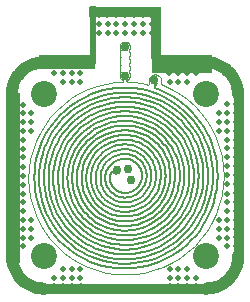
<source format=gbr>
G04 EAGLE Gerber RS-274X export*
G75*
%MOMM*%
%FSLAX34Y34*%
%LPD*%
%INTop Copper*%
%IPPOS*%
%AMOC8*
5,1,8,0,0,1.08239X$1,22.5*%
G01*
%ADD10C,2.199994*%
%ADD11R,0.822200X4.470391*%
%ADD12R,6.101888X0.924900*%
%ADD13R,0.590900X4.881488*%
%ADD14R,1.186200X14.358275*%
%ADD15R,4.729191X1.185300*%
%ADD16R,14.232375X0.964600*%
%ADD17R,0.956200X14.255072*%
%ADD18R,5.161787X1.511097*%
%ADD19C,0.500000*%
%ADD20C,0.000000*%
%ADD21C,0.200000*%
%ADD22C,0.999997*%
%ADD23C,0.756400*%


D10*
X137128Y137128D03*
X137128Y0D03*
X0Y0D03*
X0Y137128D03*
D11*
X95109Y189107D03*
D12*
X68710Y206834D03*
D13*
X41155Y187051D03*
D14*
X-26250Y66711D03*
D15*
X19242Y164278D03*
D16*
X68621Y-27682D03*
D17*
X164800Y68735D03*
D18*
X116430Y162494D03*
D19*
X53858Y189187D03*
X46406Y189128D03*
X61310Y189247D03*
X61191Y204151D03*
X61251Y196699D03*
X46287Y204032D03*
X46346Y196580D03*
X53798Y196639D03*
X53739Y204092D03*
X68762Y189307D03*
X68702Y196759D03*
X76155Y196818D03*
X76214Y189366D03*
X76095Y204270D03*
X68643Y204211D03*
X83666Y189426D03*
X83607Y196878D03*
X91059Y196938D03*
X91118Y189486D03*
X90999Y204390D03*
X83547Y204330D03*
X113622Y162586D03*
X106172Y162586D03*
X106234Y155194D03*
X106295Y147801D03*
X113745Y147801D03*
X121195Y147801D03*
X113684Y155194D03*
X121072Y162586D03*
X121134Y155194D03*
X128584Y155194D03*
X128522Y162586D03*
X135972Y162586D03*
X15932Y147801D03*
X908Y162586D03*
X8420Y155194D03*
X23381Y147801D03*
X30832Y147801D03*
X23320Y155194D03*
X15870Y155194D03*
X15808Y162586D03*
X8358Y162586D03*
X23258Y162586D03*
X30708Y162586D03*
X30770Y155194D03*
X-10672Y15932D03*
X-25457Y908D03*
X-18065Y8420D03*
X-10672Y23381D03*
X-10672Y30832D03*
X-18065Y23320D03*
X-18065Y15870D03*
X-25457Y15808D03*
X-25457Y8358D03*
X-25457Y23258D03*
X-25457Y30708D03*
X-18065Y30770D03*
X-18065Y38220D03*
X-25457Y38158D03*
X-25457Y45608D03*
X-18065Y45670D03*
X-18065Y53120D03*
X-25457Y53058D03*
X-25457Y60508D03*
X-18065Y60570D03*
X-18065Y68020D03*
X-25457Y67958D03*
X-25457Y75408D03*
X-18065Y75470D03*
X-25457Y135972D03*
X-25457Y128522D03*
X-18065Y128584D03*
X-18065Y121134D03*
X-25457Y121072D03*
X-18065Y113684D03*
X-10672Y121195D03*
X-10672Y113745D03*
X-10672Y106295D03*
X-18065Y106234D03*
X-25457Y106172D03*
X-25457Y98722D03*
X-18065Y98784D03*
X-18065Y91334D03*
X-25457Y91272D03*
X-25457Y83822D03*
X-18065Y83884D03*
X-25457Y113622D03*
X147801Y121195D03*
X162586Y136219D03*
X155194Y128707D03*
X147801Y113745D03*
X147801Y106295D03*
X155194Y113807D03*
X155194Y121257D03*
X162586Y121319D03*
X162586Y128769D03*
X162586Y113869D03*
X162586Y106419D03*
X155194Y106357D03*
X155194Y98907D03*
X162586Y98969D03*
X162586Y91519D03*
X155194Y91457D03*
X155194Y84007D03*
X162586Y84069D03*
X162586Y76619D03*
X155194Y76557D03*
X155194Y69107D03*
X162586Y69169D03*
X162586Y61719D03*
X155194Y61657D03*
X162586Y1155D03*
X162586Y8605D03*
X155194Y8543D03*
X155194Y15993D03*
X162586Y16055D03*
X155194Y23443D03*
X147801Y15932D03*
X147801Y23381D03*
X147801Y30832D03*
X155194Y30893D03*
X162586Y30955D03*
X162586Y38405D03*
X155194Y38343D03*
X155194Y45793D03*
X162586Y45855D03*
X162586Y53305D03*
X155194Y53243D03*
X162586Y23505D03*
X23505Y-25457D03*
X30955Y-25457D03*
X30893Y-18065D03*
X30832Y-10672D03*
X23381Y-10672D03*
X15932Y-10672D03*
X23443Y-18065D03*
X16055Y-25457D03*
X15993Y-18065D03*
X8543Y-18065D03*
X8605Y-25457D03*
X1155Y-25457D03*
X106357Y-18065D03*
X106419Y-25457D03*
X113869Y-25457D03*
X128769Y-25457D03*
X121319Y-25457D03*
X121257Y-18065D03*
X113807Y-18065D03*
X106295Y-10672D03*
X113745Y-10672D03*
X128707Y-18065D03*
X136219Y-25457D03*
X121195Y-10672D03*
D10*
X137128Y137128D03*
X137128Y0D03*
X0Y0D03*
X0Y137128D03*
D11*
X95109Y189107D03*
D12*
X68710Y206834D03*
D13*
X41155Y187051D03*
D14*
X-26250Y66711D03*
D15*
X19242Y164278D03*
D16*
X68621Y-27682D03*
D17*
X164800Y68735D03*
D18*
X116430Y162494D03*
D19*
X53858Y189187D03*
X46406Y189128D03*
X61310Y189247D03*
X61191Y204151D03*
X61251Y196699D03*
X46287Y204032D03*
X46346Y196580D03*
X53798Y196639D03*
X53739Y204092D03*
X68762Y189307D03*
X68702Y196759D03*
X76155Y196818D03*
X76214Y189366D03*
X76095Y204270D03*
X68643Y204211D03*
X83666Y189426D03*
X83607Y196878D03*
X91059Y196938D03*
X91118Y189486D03*
X90999Y204390D03*
X83547Y204330D03*
X113622Y162586D03*
X106172Y162586D03*
X106234Y155194D03*
X106295Y147801D03*
X113745Y147801D03*
X121195Y147801D03*
X113684Y155194D03*
X121072Y162586D03*
X121134Y155194D03*
X128584Y155194D03*
X128522Y162586D03*
X135972Y162586D03*
X15932Y147801D03*
X908Y162586D03*
X8420Y155194D03*
X23381Y147801D03*
X30832Y147801D03*
X23320Y155194D03*
X15870Y155194D03*
X15808Y162586D03*
X8358Y162586D03*
X23258Y162586D03*
X30708Y162586D03*
X30770Y155194D03*
X-10672Y15932D03*
X-25457Y908D03*
X-18065Y8420D03*
X-10672Y23381D03*
X-10672Y30832D03*
X-18065Y23320D03*
X-18065Y15870D03*
X-25457Y15808D03*
X-25457Y8358D03*
X-25457Y23258D03*
X-25457Y30708D03*
X-18065Y30770D03*
X-18065Y38220D03*
X-25457Y38158D03*
X-25457Y45608D03*
X-18065Y45670D03*
X-18065Y53120D03*
X-25457Y53058D03*
X-25457Y60508D03*
X-18065Y60570D03*
X-18065Y68020D03*
X-25457Y67958D03*
X-25457Y75408D03*
X-18065Y75470D03*
X-25457Y135972D03*
X-25457Y128522D03*
X-18065Y128584D03*
X-18065Y121134D03*
X-25457Y121072D03*
X-18065Y113684D03*
X-10672Y121195D03*
X-10672Y113745D03*
X-10672Y106295D03*
X-18065Y106234D03*
X-25457Y106172D03*
X-25457Y98722D03*
X-18065Y98784D03*
X-18065Y91334D03*
X-25457Y91272D03*
X-25457Y83822D03*
X-18065Y83884D03*
X-25457Y113622D03*
X147801Y121195D03*
X162586Y136219D03*
X155194Y128707D03*
X147801Y113745D03*
X147801Y106295D03*
X155194Y113807D03*
X155194Y121257D03*
X162586Y121319D03*
X162586Y128769D03*
X162586Y113869D03*
X162586Y106419D03*
X155194Y106357D03*
X155194Y98907D03*
X162586Y98969D03*
X162586Y91519D03*
X155194Y91457D03*
X155194Y84007D03*
X162586Y84069D03*
X162586Y76619D03*
X155194Y76557D03*
X155194Y69107D03*
X162586Y69169D03*
X162586Y61719D03*
X155194Y61657D03*
X162586Y1155D03*
X162586Y8605D03*
X155194Y8543D03*
X155194Y15993D03*
X162586Y16055D03*
X155194Y23443D03*
X147801Y15932D03*
X147801Y23381D03*
X147801Y30832D03*
X155194Y30893D03*
X162586Y30955D03*
X162586Y38405D03*
X155194Y38343D03*
X155194Y45793D03*
X162586Y45855D03*
X162586Y53305D03*
X155194Y53243D03*
X162586Y23505D03*
X23505Y-25457D03*
X30955Y-25457D03*
X30893Y-18065D03*
X30832Y-10672D03*
X23381Y-10672D03*
X15932Y-10672D03*
X23443Y-18065D03*
X16055Y-25457D03*
X15993Y-18065D03*
X8543Y-18065D03*
X8605Y-25457D03*
X1155Y-25457D03*
X106357Y-18065D03*
X106419Y-25457D03*
X113869Y-25457D03*
X128769Y-25457D03*
X121319Y-25457D03*
X121257Y-18065D03*
X113807Y-18065D03*
X106295Y-10672D03*
X113745Y-10672D03*
X128707Y-18065D03*
X136219Y-25457D03*
X121195Y-10672D03*
D20*
X95258Y167785D02*
X94944Y169365D01*
X95258Y167785D02*
X96153Y166445D01*
X97493Y165550D01*
X99073Y165236D01*
X137128Y165236D01*
X137269Y165264D01*
X141531Y164928D01*
X145826Y163897D01*
X149906Y162207D01*
X153672Y159899D01*
X157031Y157031D01*
X159899Y153672D01*
X162207Y149906D01*
X163897Y145826D01*
X164928Y141531D01*
X165264Y137269D01*
X165236Y137128D01*
X165236Y0D01*
X165264Y-140D01*
X164928Y-4402D01*
X163897Y-8697D01*
X162207Y-12778D01*
X159899Y-16543D01*
X157031Y-19902D01*
X153672Y-22770D01*
X149906Y-25078D01*
X145826Y-26768D01*
X141531Y-27800D01*
X137269Y-28135D01*
X137128Y-28107D01*
X0Y-28107D01*
X-140Y-28135D01*
X-4402Y-27800D01*
X-8697Y-26768D01*
X-12778Y-25078D01*
X-16543Y-22770D01*
X-19902Y-19902D01*
X-22770Y-16543D01*
X-25078Y-12778D01*
X-26768Y-8697D01*
X-27800Y-4402D01*
X-28135Y-140D01*
X-28107Y0D01*
X-28107Y137128D01*
X-28135Y137269D01*
X-27800Y141531D01*
X-26768Y145826D01*
X-25078Y149906D01*
X-22770Y153672D01*
X-19902Y157031D01*
X-16543Y159899D01*
X-12778Y162207D01*
X-8697Y163897D01*
X-4402Y164928D01*
X-140Y165264D01*
X0Y165236D01*
X38054Y165236D01*
X39634Y165550D01*
X40974Y166445D01*
X41869Y167785D01*
X42183Y169365D01*
X42183Y207250D01*
X94944Y207250D01*
X94944Y169365D01*
X69459Y181935D02*
X67668Y181935D01*
X66014Y181250D01*
X64748Y179984D01*
X64063Y178330D01*
X64063Y176540D01*
X64748Y174886D01*
X65200Y174435D01*
X64748Y173984D01*
X64063Y172331D01*
X64063Y170540D01*
X64748Y168886D01*
X65200Y168435D01*
X64748Y167984D01*
X64063Y166331D01*
X64063Y164540D01*
X64748Y162886D01*
X65200Y162435D01*
X64748Y161984D01*
X64063Y160330D01*
X64063Y158540D01*
X64748Y156886D01*
X65200Y156435D01*
X64748Y155984D01*
X64063Y154331D01*
X64063Y152540D01*
X64748Y150886D01*
X66014Y149620D01*
X67286Y149094D01*
X67063Y147811D01*
X60355Y147482D01*
X52434Y146307D01*
X44667Y144361D01*
X37127Y141664D01*
X29888Y138240D01*
X23020Y134123D01*
X16588Y129353D01*
X10655Y123975D01*
X5277Y118042D01*
X508Y111610D01*
X-3608Y104742D01*
X-7032Y97503D01*
X-9729Y89963D01*
X-11675Y82196D01*
X-12850Y74275D01*
X-13243Y66277D01*
X-12850Y58279D01*
X-11675Y50358D01*
X-9729Y42590D01*
X-7032Y35050D01*
X-3608Y27811D01*
X508Y20943D01*
X5277Y14511D01*
X10655Y8578D01*
X16588Y3200D01*
X23020Y-1568D01*
X29888Y-5685D01*
X37127Y-9108D01*
X44667Y-11806D01*
X52434Y-13752D01*
X60355Y-14927D01*
X64707Y-15141D01*
X65097Y-15218D01*
X65299Y-15258D01*
X65657Y-15187D01*
X68433Y-15324D01*
X76627Y-14921D01*
X84743Y-13717D01*
X92701Y-11724D01*
X100426Y-8960D01*
X107842Y-5452D01*
X114879Y-1234D01*
X121469Y3651D01*
X127548Y9160D01*
X133058Y15240D01*
X137945Y21829D01*
X142162Y28866D01*
X145670Y36282D01*
X148434Y44007D01*
X150428Y51965D01*
X151631Y60081D01*
X152034Y68275D01*
X151631Y76469D01*
X150428Y84585D01*
X148434Y92543D01*
X145670Y100268D01*
X142162Y107684D01*
X137945Y114721D01*
X133058Y121311D01*
X127548Y127390D01*
X121469Y132899D01*
X114879Y137786D01*
X107842Y142004D01*
X100426Y145512D01*
X99060Y146001D01*
X99060Y149001D01*
X98671Y150952D01*
X97566Y152606D01*
X95912Y153711D01*
X93961Y154099D01*
X92010Y153711D01*
X90356Y152606D01*
X89251Y150952D01*
X88863Y149001D01*
X88863Y146179D01*
X87849Y145415D01*
X86151Y145904D01*
X77349Y147400D01*
X72870Y147651D01*
X71610Y147773D01*
X71408Y147814D01*
X71218Y147776D01*
X70019Y147796D01*
X69797Y149075D01*
X71112Y149620D01*
X72378Y150886D01*
X73063Y152540D01*
X73063Y154331D01*
X72378Y155984D01*
X71927Y156435D01*
X72378Y156886D01*
X73063Y158540D01*
X73063Y160330D01*
X72378Y161984D01*
X71927Y162435D01*
X72378Y162886D01*
X73063Y164540D01*
X73063Y166331D01*
X72378Y167984D01*
X71927Y168435D01*
X72378Y168886D01*
X73063Y170540D01*
X73063Y172331D01*
X72378Y173984D01*
X71927Y174435D01*
X72378Y174886D01*
X73063Y176540D01*
X73063Y178330D01*
X72378Y179984D01*
X71112Y181250D01*
X69459Y181935D01*
X95569Y147064D02*
X95441Y146901D01*
X95329Y146727D01*
X95231Y146542D01*
X95149Y146347D01*
X95081Y146141D01*
X95029Y145924D01*
X94991Y145697D01*
X94969Y145459D01*
X94961Y145210D01*
X92961Y145210D01*
X92954Y145459D01*
X92931Y145697D01*
X92894Y145924D01*
X92841Y146141D01*
X92774Y146347D01*
X92691Y146542D01*
X92594Y146727D01*
X92481Y146901D01*
X92354Y147064D01*
X92211Y147216D01*
X95711Y147216D01*
X95569Y147064D01*
X60626Y69956D02*
X60778Y69813D01*
X60626Y69956D02*
X60463Y70083D01*
X60289Y70196D01*
X60104Y70293D01*
X59909Y70376D01*
X59703Y70443D01*
X59486Y70496D01*
X59259Y70533D01*
X59021Y70556D01*
X58772Y70563D01*
X58772Y72563D01*
X59021Y72571D01*
X59259Y72593D01*
X59486Y72631D01*
X59703Y72683D01*
X59909Y72751D01*
X60104Y72833D01*
X60289Y72931D01*
X60463Y73043D01*
X60626Y73171D01*
X60778Y73313D01*
X60778Y69813D01*
D21*
X58087Y71563D02*
X57968Y71559D01*
X57849Y71547D01*
X57732Y71526D01*
X57616Y71497D01*
X57502Y71460D01*
X57392Y71415D01*
X57284Y71363D01*
X57181Y71303D01*
X57082Y71237D01*
X56987Y71163D01*
X56899Y71083D01*
X56816Y70997D01*
X56739Y70906D01*
X56669Y70809D01*
X56606Y70708D01*
X56550Y70602D01*
X56501Y70493D01*
X56460Y70381D01*
X56427Y70266D01*
X56402Y70149D01*
X56386Y70031D01*
X56377Y69912D01*
X56376Y69852D01*
X67742Y86767D02*
X69172Y86760D01*
X67742Y86767D02*
X66314Y86675D01*
X64896Y86483D01*
X63494Y86192D01*
X62117Y85805D01*
X60770Y85322D01*
X59460Y84747D01*
X58193Y84081D01*
X56976Y83329D01*
X55814Y82494D01*
X54713Y81579D01*
X53679Y80591D01*
X52716Y79532D01*
X51830Y78409D01*
X51024Y77227D01*
X50302Y75991D01*
X49668Y74708D01*
X49126Y73384D01*
X48677Y72026D01*
X48324Y70639D01*
X48068Y69231D01*
X47912Y67809D01*
X47854Y66379D01*
X47897Y64949D01*
X48040Y63525D01*
X48281Y62114D01*
X48620Y60725D01*
X49056Y59361D01*
X49585Y58032D01*
X50206Y56743D01*
X50915Y55500D01*
X51709Y54310D01*
X52584Y53178D01*
X53537Y52110D01*
X54561Y51110D01*
X55652Y50185D01*
X56806Y49338D01*
X58015Y48574D01*
X59275Y47896D01*
X60580Y47308D01*
X61922Y46811D01*
X63295Y46410D01*
X64694Y46106D01*
X66109Y45899D01*
X67535Y45793D01*
X67383Y98763D02*
X69651Y98751D01*
X67383Y98763D02*
X65119Y98616D01*
X62871Y98312D01*
X60650Y97851D01*
X58466Y97237D01*
X56331Y96472D01*
X54254Y95560D01*
X52246Y94505D01*
X50316Y93312D01*
X48474Y91988D01*
X46729Y90539D01*
X45089Y88971D01*
X43563Y87293D01*
X42157Y85513D01*
X40879Y83638D01*
X39735Y81680D01*
X38730Y79646D01*
X37870Y77547D01*
X37158Y75393D01*
X36598Y73195D01*
X36193Y70963D01*
X35945Y68708D01*
X35854Y66441D01*
X35922Y64174D01*
X36147Y61917D01*
X36530Y59681D01*
X37068Y57477D01*
X37758Y55316D01*
X38597Y53208D01*
X39581Y51164D01*
X40705Y49194D01*
X41964Y47307D01*
X43352Y45513D01*
X44861Y43819D01*
X46485Y42235D01*
X48216Y40768D01*
X50044Y39426D01*
X51962Y38214D01*
X53959Y37139D01*
X56027Y36206D01*
X58155Y35419D01*
X60332Y34783D01*
X62549Y34300D01*
X64793Y33973D01*
X67056Y33803D01*
X67502Y94764D02*
X69491Y94754D01*
X67502Y94764D02*
X65517Y94636D01*
X63546Y94369D01*
X61598Y93965D01*
X59683Y93426D01*
X57810Y92755D01*
X55989Y91955D01*
X54228Y91030D01*
X52536Y89985D01*
X50920Y88824D01*
X49390Y87553D01*
X47952Y86178D01*
X46614Y84706D01*
X45381Y83145D01*
X44261Y81501D01*
X43257Y79784D01*
X42376Y78000D01*
X41622Y76160D01*
X40998Y74271D01*
X40507Y72343D01*
X40151Y70386D01*
X39933Y68409D01*
X39854Y66421D01*
X39913Y64432D01*
X40111Y62453D01*
X40447Y60492D01*
X40918Y58560D01*
X41524Y56665D01*
X42260Y54817D01*
X43123Y53024D01*
X44109Y51297D01*
X45213Y49642D01*
X46429Y48068D01*
X47753Y46583D01*
X49177Y45194D01*
X50694Y43908D01*
X52298Y42731D01*
X53979Y41668D01*
X55731Y40725D01*
X57544Y39907D01*
X59410Y39217D01*
X61319Y38659D01*
X63263Y38236D01*
X65232Y37949D01*
X67215Y37800D01*
X67216Y37799D01*
X67622Y90766D02*
X69332Y90757D01*
X67622Y90766D02*
X65916Y90655D01*
X64221Y90426D01*
X62546Y90079D01*
X60900Y89616D01*
X59290Y89039D01*
X57725Y88351D01*
X56211Y87556D01*
X54756Y86657D01*
X53367Y85658D01*
X52052Y84566D01*
X50816Y83384D01*
X49665Y82119D01*
X48606Y80777D01*
X47642Y79364D01*
X46780Y77887D01*
X46022Y76354D01*
X45374Y74772D01*
X44837Y73148D01*
X44415Y71491D01*
X44110Y69808D01*
X43922Y68108D01*
X43854Y66399D01*
X43905Y64690D01*
X44075Y62988D01*
X44364Y61303D01*
X44769Y59641D01*
X45290Y58012D01*
X45922Y56424D01*
X46664Y54883D01*
X47512Y53398D01*
X48461Y51975D01*
X49507Y50622D01*
X50645Y49346D01*
X51869Y48152D01*
X53174Y47046D01*
X54552Y46033D01*
X55998Y45120D01*
X57504Y44310D01*
X59062Y43606D01*
X60666Y43013D01*
X62308Y42534D01*
X63979Y42170D01*
X65671Y41923D01*
X67375Y41796D01*
X67861Y82769D02*
X69012Y82763D01*
X67861Y82769D02*
X66711Y82695D01*
X65570Y82540D01*
X64442Y82306D01*
X63334Y81995D01*
X62250Y81606D01*
X61195Y81143D01*
X60175Y80607D01*
X59196Y80002D01*
X58260Y79330D01*
X57375Y78594D01*
X56542Y77798D01*
X55767Y76946D01*
X55053Y76042D01*
X54405Y75091D01*
X53824Y74096D01*
X53314Y73064D01*
X52877Y71998D01*
X52516Y70904D01*
X52231Y69788D01*
X52026Y68655D01*
X51899Y67510D01*
X51853Y66360D01*
X51888Y65208D01*
X52002Y64062D01*
X52197Y62927D01*
X52470Y61808D01*
X52820Y60711D01*
X53246Y59641D01*
X53746Y58604D01*
X54317Y57603D01*
X54956Y56645D01*
X55660Y55734D01*
X56427Y54874D01*
X57251Y54070D01*
X58129Y53326D01*
X59058Y52644D01*
X60031Y52029D01*
X61046Y51483D01*
X62095Y51009D01*
X63175Y50610D01*
X64281Y50287D01*
X65406Y50042D01*
X66546Y49875D01*
X67694Y49789D01*
X67695Y49790D01*
X56156Y69008D02*
X56376Y69852D01*
X56156Y69008D02*
X55995Y68150D01*
X55895Y67284D01*
X55855Y66412D01*
X55876Y65540D01*
X55958Y64671D01*
X56100Y63811D01*
X56302Y62962D01*
X56563Y62129D01*
X56881Y61317D01*
X57255Y60528D01*
X57683Y59768D01*
X58163Y59040D01*
X58693Y58346D01*
X59269Y57692D01*
X59890Y57079D01*
X60553Y56511D01*
X61253Y55990D01*
X61988Y55520D01*
X62754Y55102D01*
X63547Y54739D01*
X64364Y54431D01*
X65200Y54182D01*
X66051Y53991D01*
X66914Y53860D01*
X67783Y53790D01*
X67854Y53786D01*
X67264Y102760D02*
X69811Y102747D01*
X67264Y102760D02*
X64721Y102595D01*
X62197Y102253D01*
X59702Y101736D01*
X57250Y101046D01*
X54851Y100187D01*
X52519Y99162D01*
X50263Y97978D01*
X48096Y96638D01*
X46027Y95151D01*
X44067Y93524D01*
X42226Y91763D01*
X40512Y89878D01*
X38933Y87879D01*
X37498Y85774D01*
X36213Y83574D01*
X35085Y81290D01*
X34119Y78932D01*
X33319Y76513D01*
X32691Y74044D01*
X32235Y71538D01*
X31957Y69005D01*
X31855Y66460D01*
X31931Y63913D01*
X32184Y61378D01*
X32614Y58867D01*
X33218Y56392D01*
X33993Y53965D01*
X34936Y51598D01*
X36041Y49303D01*
X37304Y47090D01*
X38718Y44971D01*
X40276Y42955D01*
X41971Y41054D01*
X43795Y39275D01*
X45739Y37627D01*
X47792Y36119D01*
X49946Y34758D01*
X52189Y33551D01*
X54511Y32503D01*
X56901Y31620D01*
X59346Y30905D01*
X61836Y30363D01*
X64357Y29996D01*
X66896Y29806D01*
X66905Y114755D02*
X70290Y114738D01*
X66905Y114755D02*
X63527Y114536D01*
X60172Y114082D01*
X56858Y113395D01*
X53599Y112478D01*
X50412Y111336D01*
X47313Y109975D01*
X44316Y108401D01*
X41436Y106621D01*
X38687Y104645D01*
X36083Y102482D01*
X33636Y100143D01*
X31359Y97639D01*
X29261Y94982D01*
X27354Y92184D01*
X25647Y89261D01*
X24147Y86226D01*
X22864Y83094D01*
X21801Y79880D01*
X20966Y76599D01*
X20361Y73268D01*
X19991Y69903D01*
X19855Y66521D01*
X19957Y63137D01*
X20293Y59769D01*
X20865Y56432D01*
X21667Y53143D01*
X22697Y49919D01*
X23949Y46774D01*
X25418Y43724D01*
X27096Y40783D01*
X28975Y37967D01*
X31045Y35289D01*
X33298Y32762D01*
X35721Y30398D01*
X38303Y28210D01*
X41032Y26206D01*
X43894Y24398D01*
X46875Y22793D01*
X49961Y21401D01*
X53136Y20227D01*
X56385Y19278D01*
X59693Y18558D01*
X63043Y18070D01*
X66417Y17815D01*
X66307Y134747D02*
X71088Y134722D01*
X66307Y134747D02*
X61536Y134437D01*
X56798Y133795D01*
X52116Y132825D01*
X47514Y131530D01*
X43013Y129917D01*
X38635Y127995D01*
X34403Y125771D01*
X30335Y123258D01*
X26453Y120467D01*
X22775Y117413D01*
X19319Y114108D01*
X16102Y110572D01*
X13139Y106819D01*
X10446Y102868D01*
X8034Y98740D01*
X5917Y94453D01*
X4103Y90029D01*
X2603Y85490D01*
X1423Y80856D01*
X569Y76152D01*
X45Y71399D01*
X-144Y66622D01*
X-1Y61843D01*
X473Y57085D01*
X1280Y52373D01*
X2413Y47728D01*
X3868Y43173D01*
X5637Y38731D01*
X7711Y34423D01*
X10081Y30271D01*
X12734Y26294D01*
X15659Y22511D01*
X18840Y18942D01*
X22263Y15603D01*
X25910Y12512D01*
X29764Y9682D01*
X33806Y7128D01*
X38016Y4862D01*
X42374Y2896D01*
X46858Y1238D01*
X51448Y-102D01*
X56119Y-1120D01*
X60851Y-1809D01*
X65618Y-2166D01*
X65619Y-2167D01*
X66427Y130748D02*
X70929Y130725D01*
X66427Y130748D02*
X61935Y130456D01*
X57473Y129852D01*
X53065Y128939D01*
X48731Y127719D01*
X44493Y126201D01*
X40371Y124390D01*
X36385Y122297D01*
X32555Y119930D01*
X28900Y117302D01*
X25437Y114426D01*
X22182Y111315D01*
X19153Y107984D01*
X16364Y104451D01*
X13828Y100731D01*
X11557Y96843D01*
X9563Y92807D01*
X7855Y88641D01*
X6443Y84367D01*
X5332Y80004D01*
X4528Y75574D01*
X4035Y71099D01*
X3855Y66601D01*
X3989Y62100D01*
X4437Y57621D01*
X5197Y53183D01*
X6264Y48809D01*
X7634Y44521D01*
X9299Y40338D01*
X11252Y36282D01*
X13484Y32372D01*
X15982Y28627D01*
X18736Y25065D01*
X21732Y21704D01*
X24955Y18561D01*
X28389Y15650D01*
X32018Y12985D01*
X35824Y10580D01*
X39788Y8447D01*
X43892Y6595D01*
X48114Y5034D01*
X52436Y3771D01*
X56835Y2813D01*
X61290Y2164D01*
X65778Y1828D01*
X66546Y126750D02*
X70769Y126728D01*
X66546Y126750D02*
X62333Y126476D01*
X58148Y125909D01*
X54013Y125052D01*
X49948Y123909D01*
X45972Y122484D01*
X42106Y120786D01*
X38368Y118822D01*
X34775Y116603D01*
X31347Y114138D01*
X28098Y111439D01*
X25046Y108521D01*
X22204Y105397D01*
X19588Y102083D01*
X17209Y98594D01*
X15079Y94947D01*
X13209Y91161D01*
X11607Y87254D01*
X10282Y83244D01*
X9240Y79152D01*
X8486Y74997D01*
X8023Y70800D01*
X7855Y66580D01*
X7981Y62359D01*
X8401Y58157D01*
X9114Y53995D01*
X10115Y49892D01*
X11400Y45870D01*
X12962Y41947D01*
X14794Y38142D01*
X16887Y34474D01*
X19231Y30961D01*
X21814Y27621D01*
X24624Y24468D01*
X27647Y21520D01*
X30868Y18789D01*
X34272Y16290D01*
X37841Y14034D01*
X41560Y12033D01*
X45409Y10296D01*
X49370Y8832D01*
X53424Y7647D01*
X57550Y6749D01*
X61728Y6140D01*
X65938Y5825D01*
X66786Y118754D02*
X70450Y118735D01*
X66786Y118754D02*
X63129Y118517D01*
X59498Y118025D01*
X55910Y117281D01*
X52382Y116289D01*
X48933Y115053D01*
X45578Y113579D01*
X42333Y111875D01*
X39216Y109949D01*
X36241Y107810D01*
X33422Y105468D01*
X30773Y102936D01*
X28307Y100225D01*
X26037Y97349D01*
X23973Y94322D01*
X22124Y91157D01*
X20501Y87872D01*
X19111Y84481D01*
X17962Y81002D01*
X17057Y77451D01*
X16403Y73845D01*
X16002Y70203D01*
X15855Y66541D01*
X15965Y62878D01*
X16329Y59232D01*
X16948Y55620D01*
X17816Y52060D01*
X18931Y48570D01*
X20287Y45165D01*
X21877Y41864D01*
X23693Y38681D01*
X25726Y35633D01*
X27968Y32734D01*
X30406Y29998D01*
X33029Y27439D01*
X35825Y25070D01*
X38778Y22901D01*
X41876Y20944D01*
X45103Y19207D01*
X48443Y17700D01*
X51880Y16429D01*
X55398Y15402D01*
X58978Y14622D01*
X62604Y14093D01*
X66257Y13819D01*
X67024Y110757D02*
X70130Y110741D01*
X67024Y110757D02*
X63925Y110556D01*
X60847Y110139D01*
X57805Y109509D01*
X54815Y108668D01*
X51891Y107620D01*
X49047Y106371D01*
X46298Y104926D01*
X43655Y103294D01*
X41133Y101481D01*
X38744Y99496D01*
X36499Y97350D01*
X34409Y95052D01*
X32484Y92614D01*
X30734Y90048D01*
X29168Y87366D01*
X27792Y84581D01*
X26614Y81707D01*
X25639Y78758D01*
X24872Y75748D01*
X24318Y72692D01*
X23977Y69604D01*
X23853Y66501D01*
X23946Y63396D01*
X24255Y60305D01*
X24779Y57243D01*
X25516Y54226D01*
X26460Y51267D01*
X27610Y48381D01*
X28957Y45583D01*
X30497Y42885D01*
X32220Y40301D01*
X34120Y37844D01*
X36187Y35525D01*
X38411Y33357D01*
X40780Y31348D01*
X43284Y29509D01*
X45909Y27850D01*
X48645Y26378D01*
X51476Y25101D01*
X54389Y24024D01*
X57370Y23153D01*
X60405Y22491D01*
X63479Y22044D01*
X66576Y21811D01*
X66577Y21812D01*
X67144Y106758D02*
X69970Y106744D01*
X67144Y106758D02*
X64322Y106576D01*
X61521Y106196D01*
X58753Y105622D01*
X56032Y104857D01*
X53371Y103904D01*
X50782Y102767D01*
X48280Y101452D01*
X45875Y99966D01*
X43580Y98316D01*
X41405Y96510D01*
X39362Y94556D01*
X37460Y92465D01*
X35708Y90246D01*
X34116Y87911D01*
X32690Y85470D01*
X31438Y82935D01*
X30366Y80320D01*
X29479Y77635D01*
X28781Y74896D01*
X28276Y72115D01*
X27966Y69305D01*
X27854Y66480D01*
X27938Y63654D01*
X28219Y60842D01*
X28696Y58055D01*
X29366Y55309D01*
X30226Y52616D01*
X31272Y49990D01*
X32499Y47443D01*
X33900Y44987D01*
X35469Y42636D01*
X37198Y40400D01*
X39079Y38289D01*
X41102Y36315D01*
X43259Y34488D01*
X45537Y32815D01*
X47927Y31304D01*
X50416Y29965D01*
X52993Y28802D01*
X55645Y27822D01*
X58358Y27029D01*
X61120Y26427D01*
X63917Y26020D01*
X66736Y25809D01*
X66069Y142743D02*
X71408Y142716D01*
X66069Y142743D02*
X60740Y142397D01*
X55449Y141681D01*
X50221Y140597D01*
X45080Y139151D01*
X40054Y137350D01*
X35165Y135203D01*
X30438Y132720D01*
X25895Y129913D01*
X21560Y126796D01*
X17452Y123385D01*
X13593Y119695D01*
X10000Y115745D01*
X6691Y111554D01*
X3683Y107142D01*
X990Y102531D01*
X-1373Y97744D01*
X-3399Y92803D01*
X-5074Y87733D01*
X-6392Y82558D01*
X-7345Y77305D01*
X-7930Y71997D01*
X-8144Y66662D01*
X-7984Y61324D01*
X-7452Y56012D01*
X-6552Y50748D01*
X-5286Y45561D01*
X-3661Y40474D01*
X-1686Y35514D01*
X629Y30703D01*
X3276Y26065D01*
X6239Y21624D01*
X9506Y17399D01*
X13058Y13413D01*
X16881Y9685D01*
X20954Y6232D01*
X25258Y3072D01*
X29772Y219D01*
X34474Y-2310D01*
X39341Y-4506D01*
X44349Y-6357D01*
X49475Y-7855D01*
X54692Y-8991D01*
X59976Y-9761D01*
X65299Y-10160D01*
X66188Y138745D02*
X71248Y138719D01*
X66188Y138745D02*
X61138Y138417D01*
X56124Y137738D01*
X51169Y136711D01*
X46297Y135341D01*
X41533Y133634D01*
X36900Y131599D01*
X32420Y129246D01*
X28115Y126586D01*
X24006Y123632D01*
X20114Y120399D01*
X16456Y116902D01*
X13051Y113159D01*
X9915Y109186D01*
X7064Y105006D01*
X4512Y100636D01*
X2271Y96099D01*
X352Y91416D01*
X-1235Y86612D01*
X-2484Y81708D01*
X-3388Y76729D01*
X-3942Y71699D01*
X-4144Y66642D01*
X-3993Y61584D01*
X-3489Y56549D01*
X-2636Y51561D01*
X-1436Y46645D01*
X102Y41824D01*
X1974Y37123D01*
X4169Y32564D01*
X6677Y28168D01*
X9486Y23959D01*
X12581Y19956D01*
X15948Y16178D01*
X19571Y12644D01*
X23431Y9372D01*
X27510Y6377D01*
X31788Y3674D01*
X36244Y1276D01*
X40856Y-804D01*
X45603Y-2559D01*
X50460Y-3978D01*
X55405Y-5055D01*
X60412Y-5785D01*
X65458Y-6163D01*
X65459Y-6164D01*
X67056Y33803D02*
X69464Y33791D01*
X71867Y33947D01*
X74254Y34270D01*
X76611Y34759D01*
X78929Y35411D01*
X81196Y36223D01*
X83401Y37192D01*
X85533Y38312D01*
X87581Y39578D01*
X89537Y40983D01*
X91389Y42522D01*
X93130Y44186D01*
X94750Y45967D01*
X96242Y47857D01*
X97598Y49847D01*
X98813Y51926D01*
X99879Y54085D01*
X100793Y56313D01*
X101548Y58600D01*
X102143Y60933D01*
X102573Y63303D01*
X102836Y65696D01*
X102932Y68102D01*
X102860Y70509D01*
X102621Y72905D01*
X102214Y75279D01*
X101644Y77618D01*
X100911Y79912D01*
X100020Y82149D01*
X98975Y84319D01*
X97782Y86410D01*
X96445Y88413D01*
X94972Y90318D01*
X93370Y92116D01*
X91647Y93797D01*
X89810Y95354D01*
X87869Y96780D01*
X85833Y98066D01*
X83712Y99207D01*
X81517Y100197D01*
X79259Y101032D01*
X76948Y101708D01*
X74594Y102220D01*
X72212Y102567D01*
X69811Y102747D01*
X69345Y37789D02*
X67216Y37799D01*
X69345Y37789D02*
X71470Y37927D01*
X73579Y38212D01*
X75664Y38644D01*
X77713Y39221D01*
X79717Y39939D01*
X81667Y40795D01*
X83551Y41785D01*
X85362Y42904D01*
X87091Y44146D01*
X88729Y45507D01*
X90268Y46978D01*
X91700Y48553D01*
X93019Y50224D01*
X94218Y51983D01*
X95292Y53821D01*
X96235Y55730D01*
X97042Y57699D01*
X97711Y59721D01*
X98236Y61784D01*
X98616Y63878D01*
X98849Y65995D01*
X98934Y68122D01*
X98871Y70250D01*
X98659Y72368D01*
X98300Y74466D01*
X97795Y76535D01*
X97147Y78562D01*
X96360Y80540D01*
X95436Y82459D01*
X94381Y84308D01*
X93200Y86079D01*
X91897Y87763D01*
X90481Y89352D01*
X88957Y90839D01*
X87333Y92215D01*
X85617Y93475D01*
X83817Y94612D01*
X81943Y95621D01*
X80002Y96497D01*
X78005Y97235D01*
X75962Y97832D01*
X73882Y98285D01*
X71775Y98592D01*
X69652Y98751D01*
X69651Y98751D01*
X69225Y41787D02*
X67375Y41796D01*
X69225Y41787D02*
X71071Y41907D01*
X72904Y42155D01*
X74715Y42531D01*
X76495Y43031D01*
X78237Y43655D01*
X79930Y44399D01*
X81568Y45259D01*
X83141Y46232D01*
X84643Y47311D01*
X86066Y48493D01*
X87403Y49771D01*
X88648Y51140D01*
X89794Y52591D01*
X90836Y54120D01*
X91769Y55717D01*
X92588Y57375D01*
X93289Y59087D01*
X93870Y60843D01*
X94326Y62635D01*
X94657Y64455D01*
X94859Y66294D01*
X94933Y68142D01*
X94878Y69991D01*
X94694Y71831D01*
X94382Y73655D01*
X93943Y75452D01*
X93381Y77214D01*
X92696Y78932D01*
X91894Y80599D01*
X90977Y82205D01*
X89951Y83744D01*
X88819Y85207D01*
X87588Y86588D01*
X86264Y87879D01*
X84853Y89076D01*
X83362Y90170D01*
X81799Y91158D01*
X80170Y92035D01*
X78484Y92796D01*
X76749Y93437D01*
X74973Y93956D01*
X73166Y94349D01*
X71336Y94616D01*
X69491Y94754D01*
X69106Y45786D02*
X67535Y45793D01*
X69106Y45786D02*
X70673Y45887D01*
X72229Y46098D01*
X73767Y46417D01*
X75279Y46842D01*
X76757Y47372D01*
X78195Y48003D01*
X79586Y48734D01*
X80921Y49559D01*
X82197Y50476D01*
X83405Y51479D01*
X84540Y52565D01*
X85596Y53726D01*
X86570Y54959D01*
X87454Y56257D01*
X88246Y57613D01*
X88942Y59021D01*
X89538Y60474D01*
X90030Y61965D01*
X90418Y63487D01*
X90698Y65032D01*
X90870Y66593D01*
X90933Y68162D01*
X90886Y69732D01*
X90730Y71295D01*
X90465Y72843D01*
X90093Y74369D01*
X89615Y75865D01*
X89034Y77324D01*
X88352Y78739D01*
X87574Y80103D01*
X86702Y81409D01*
X85742Y82651D01*
X84697Y83824D01*
X83572Y84920D01*
X82374Y85936D01*
X81109Y86865D01*
X79781Y87704D01*
X78398Y88448D01*
X76967Y89094D01*
X75493Y89639D01*
X73986Y90079D01*
X72451Y90414D01*
X70898Y90640D01*
X69332Y90757D01*
X68867Y53781D02*
X67854Y53786D01*
X68867Y53781D02*
X69876Y53847D01*
X70879Y53983D01*
X71870Y54188D01*
X72844Y54462D01*
X73797Y54803D01*
X74724Y55210D01*
X75620Y55681D01*
X76481Y56213D01*
X77303Y56804D01*
X78081Y57450D01*
X78813Y58150D01*
X79494Y58898D01*
X80121Y59693D01*
X80691Y60529D01*
X81201Y61403D01*
X81650Y62310D01*
X82033Y63247D01*
X82351Y64208D01*
X82601Y65188D01*
X82781Y66184D01*
X82892Y67190D01*
X82933Y68201D01*
X82903Y69213D01*
X82802Y70220D01*
X82631Y71218D01*
X82391Y72201D01*
X82083Y73165D01*
X81709Y74105D01*
X81270Y75017D01*
X80768Y75896D01*
X80207Y76738D01*
X79588Y77538D01*
X78914Y78294D01*
X78190Y79001D01*
X77418Y79655D01*
X76602Y80254D01*
X75746Y80795D01*
X74855Y81274D01*
X73933Y81691D01*
X72983Y82042D01*
X72012Y82325D01*
X71023Y82541D01*
X70022Y82687D01*
X69012Y82762D01*
X69012Y82763D01*
X68987Y49784D02*
X67695Y49790D01*
X68987Y49784D02*
X70275Y49867D01*
X71555Y50041D01*
X72819Y50303D01*
X74062Y50652D01*
X75278Y51088D01*
X76460Y51607D01*
X77603Y52208D01*
X78702Y52886D01*
X79750Y53640D01*
X80744Y54465D01*
X81677Y55357D01*
X82546Y56313D01*
X83346Y57326D01*
X84073Y58393D01*
X84725Y59508D01*
X85297Y60666D01*
X85786Y61860D01*
X86192Y63086D01*
X86510Y64338D01*
X86741Y65608D01*
X86882Y66892D01*
X86934Y68182D01*
X86895Y69473D01*
X86767Y70758D01*
X86549Y72030D01*
X86243Y73285D01*
X85850Y74515D01*
X85372Y75714D01*
X84812Y76878D01*
X84172Y77999D01*
X83456Y79074D01*
X82666Y80095D01*
X81807Y81059D01*
X80882Y81961D01*
X79897Y82796D01*
X78857Y83560D01*
X77765Y84250D01*
X76628Y84862D01*
X75451Y85393D01*
X74240Y85841D01*
X73000Y86203D01*
X71739Y86478D01*
X70461Y86664D01*
X69173Y86760D01*
X69172Y86760D01*
X70609Y122731D02*
X66666Y122751D01*
X62730Y122496D01*
X58822Y121967D01*
X54961Y121166D01*
X51164Y120098D01*
X47452Y118768D01*
X43841Y117182D01*
X40350Y115349D01*
X36995Y113275D01*
X33793Y110974D01*
X30759Y108454D01*
X27909Y105729D01*
X25255Y102811D01*
X22811Y99716D01*
X20590Y96458D01*
X18601Y93052D01*
X16854Y89516D01*
X15359Y85868D01*
X14121Y82123D01*
X13148Y78301D01*
X12443Y74421D01*
X12011Y70501D01*
X11854Y66561D01*
X11972Y62619D01*
X12364Y58695D01*
X13029Y54808D01*
X13964Y50976D01*
X15164Y47220D01*
X16623Y43556D01*
X18334Y40003D01*
X20289Y36578D01*
X22477Y33297D01*
X24889Y30177D01*
X27514Y27233D01*
X30336Y24480D01*
X33345Y21929D01*
X36524Y19595D01*
X39857Y17489D01*
X43330Y15620D01*
X46925Y13998D01*
X50624Y12630D01*
X54409Y11524D01*
X58262Y10685D01*
X62165Y10116D01*
X66097Y9821D01*
X66098Y9822D01*
X65619Y-2167D02*
X70540Y-2192D01*
X75451Y-1874D01*
X80327Y-1213D01*
X85145Y-214D01*
X89882Y1117D01*
X94515Y2777D01*
X99020Y4755D01*
X103377Y7044D01*
X107563Y9630D01*
X111559Y12503D01*
X115344Y15647D01*
X118901Y19047D01*
X122212Y22688D01*
X125261Y26550D01*
X128033Y30615D01*
X130515Y34865D01*
X132694Y39277D01*
X134561Y43830D01*
X136105Y48502D01*
X137319Y53271D01*
X138198Y58112D01*
X138737Y63004D01*
X138934Y67921D01*
X138787Y72839D01*
X138297Y77736D01*
X137467Y82586D01*
X136300Y87367D01*
X134803Y92054D01*
X132983Y96626D01*
X130848Y101059D01*
X128409Y105333D01*
X125678Y109427D01*
X122668Y113320D01*
X119394Y116993D01*
X115871Y120429D01*
X112118Y123611D01*
X108151Y126524D01*
X103991Y129152D01*
X99658Y131484D01*
X95173Y133508D01*
X90557Y135215D01*
X85834Y136595D01*
X81026Y137642D01*
X76156Y138352D01*
X71249Y138719D01*
X71248Y138719D01*
X70420Y1805D02*
X65778Y1828D01*
X70420Y1805D02*
X75052Y2105D01*
X79652Y2728D01*
X84196Y3671D01*
X88665Y4928D01*
X93034Y6493D01*
X97284Y8360D01*
X101393Y10518D01*
X105342Y12958D01*
X109111Y15667D01*
X112682Y18633D01*
X116037Y21841D01*
X119160Y25274D01*
X122036Y28918D01*
X124651Y32753D01*
X126992Y36761D01*
X129048Y40922D01*
X130808Y45217D01*
X132264Y49624D01*
X133410Y54122D01*
X134239Y58689D01*
X134747Y63303D01*
X134932Y67941D01*
X134794Y72581D01*
X134332Y77199D01*
X133549Y81774D01*
X132449Y86284D01*
X131037Y90705D01*
X129320Y95018D01*
X127306Y99199D01*
X125005Y103231D01*
X122429Y107092D01*
X119590Y110764D01*
X116501Y114229D01*
X113179Y117470D01*
X109638Y120471D01*
X105896Y123219D01*
X101973Y125698D01*
X97885Y127898D01*
X93654Y129807D01*
X89301Y131417D01*
X84845Y132718D01*
X80310Y133706D01*
X75717Y134375D01*
X71088Y134722D01*
X70301Y5803D02*
X65938Y5825D01*
X70301Y5803D02*
X74654Y6086D01*
X78977Y6671D01*
X83249Y7557D01*
X87448Y8738D01*
X91555Y10210D01*
X95549Y11964D01*
X99411Y13993D01*
X103122Y16286D01*
X106664Y18832D01*
X110020Y21619D01*
X113173Y24634D01*
X116108Y27861D01*
X118812Y31285D01*
X121269Y34890D01*
X123469Y38657D01*
X125401Y42568D01*
X127056Y46604D01*
X128425Y50746D01*
X129501Y54974D01*
X130280Y59266D01*
X130758Y63602D01*
X130932Y67961D01*
X130802Y72322D01*
X130368Y76663D01*
X129632Y80963D01*
X128598Y85200D01*
X127271Y89356D01*
X125657Y93409D01*
X123764Y97340D01*
X121602Y101129D01*
X119181Y104757D01*
X116512Y108208D01*
X113610Y111465D01*
X110487Y114511D01*
X107159Y117332D01*
X103643Y119914D01*
X99955Y122244D01*
X96113Y124311D01*
X92137Y126106D01*
X88045Y127618D01*
X83858Y128842D01*
X79595Y129770D01*
X75278Y130399D01*
X70929Y130725D01*
X70181Y9802D02*
X66098Y9822D01*
X70181Y9802D02*
X74256Y10066D01*
X78302Y10614D01*
X82301Y11443D01*
X86231Y12549D01*
X90075Y13926D01*
X93814Y15568D01*
X97429Y17467D01*
X100902Y19613D01*
X104217Y21997D01*
X107359Y24606D01*
X110310Y27427D01*
X113057Y30448D01*
X115587Y33653D01*
X117888Y37027D01*
X119947Y40553D01*
X121755Y44214D01*
X123304Y47992D01*
X124585Y51869D01*
X125593Y55826D01*
X126322Y59843D01*
X126769Y63902D01*
X126932Y67982D01*
X126810Y72063D01*
X126404Y76126D01*
X125715Y80151D01*
X124747Y84118D01*
X123505Y88007D01*
X121994Y91801D01*
X120223Y95480D01*
X118199Y99026D01*
X115932Y102423D01*
X113435Y105653D01*
X110718Y108701D01*
X107795Y111552D01*
X104680Y114192D01*
X101389Y116609D01*
X97937Y118790D01*
X94341Y120725D01*
X90620Y122405D01*
X86790Y123820D01*
X82870Y124965D01*
X78881Y125835D01*
X74840Y126423D01*
X70769Y126728D01*
X70061Y13800D02*
X66257Y13819D01*
X70061Y13800D02*
X73858Y14046D01*
X77627Y14557D01*
X81352Y15329D01*
X85014Y16359D01*
X88595Y17642D01*
X92078Y19172D01*
X95446Y20941D01*
X98682Y22941D01*
X101771Y25161D01*
X104697Y27592D01*
X107447Y30220D01*
X110006Y33034D01*
X112364Y36021D01*
X114507Y39164D01*
X116425Y42448D01*
X118110Y45859D01*
X119553Y49379D01*
X120746Y52991D01*
X121685Y56677D01*
X122365Y60420D01*
X122781Y64201D01*
X122933Y68002D01*
X122819Y71805D01*
X122441Y75590D01*
X121799Y79339D01*
X120897Y83035D01*
X119740Y86659D01*
X118333Y90193D01*
X116683Y93620D01*
X114797Y96924D01*
X112686Y100089D01*
X110359Y103098D01*
X107828Y105938D01*
X105104Y108594D01*
X102203Y111054D01*
X99136Y113305D01*
X95921Y115338D01*
X92571Y117140D01*
X89103Y118705D01*
X85536Y120024D01*
X81884Y121091D01*
X78167Y121900D01*
X74403Y122449D01*
X70609Y122731D01*
X69942Y17798D02*
X66417Y17815D01*
X69942Y17798D02*
X73460Y18026D01*
X76953Y18499D01*
X80404Y19214D01*
X83797Y20169D01*
X87116Y21358D01*
X90343Y22775D01*
X93463Y24414D01*
X96462Y26267D01*
X99324Y28325D01*
X102036Y30577D01*
X104583Y33013D01*
X106955Y35620D01*
X109139Y38387D01*
X111125Y41299D01*
X112903Y44343D01*
X114464Y47504D01*
X115801Y50765D01*
X116907Y54112D01*
X117777Y57528D01*
X118406Y60996D01*
X118792Y64499D01*
X118933Y68022D01*
X118828Y71545D01*
X118477Y75052D01*
X117882Y78527D01*
X117047Y81951D01*
X115974Y85309D01*
X114670Y88584D01*
X113141Y91760D01*
X111394Y94821D01*
X109438Y97753D01*
X107281Y100542D01*
X104936Y103173D01*
X102413Y105634D01*
X99724Y107913D01*
X96883Y110000D01*
X93903Y111882D01*
X90799Y113553D01*
X87586Y115003D01*
X84280Y116225D01*
X80896Y117214D01*
X77452Y117964D01*
X73964Y118472D01*
X70450Y118735D01*
X69703Y25794D02*
X66736Y25809D01*
X69703Y25794D02*
X72663Y25986D01*
X75603Y26385D01*
X78507Y26987D01*
X81363Y27790D01*
X84156Y28790D01*
X86872Y29983D01*
X89498Y31363D01*
X92021Y32922D01*
X94430Y34654D01*
X96712Y36549D01*
X98856Y38599D01*
X100852Y40793D01*
X102690Y43122D01*
X104361Y45573D01*
X105858Y48134D01*
X107171Y50794D01*
X108296Y53539D01*
X109227Y56355D01*
X109960Y59230D01*
X110489Y62149D01*
X110814Y65097D01*
X110933Y68061D01*
X110844Y71027D01*
X110549Y73978D01*
X110049Y76902D01*
X109345Y79784D01*
X108443Y82610D01*
X107345Y85366D01*
X106058Y88039D01*
X104588Y90615D01*
X102942Y93083D01*
X101127Y95430D01*
X99153Y97644D01*
X97030Y99715D01*
X94767Y101634D01*
X92376Y103389D01*
X89868Y104974D01*
X87256Y106380D01*
X84552Y107600D01*
X81770Y108628D01*
X78922Y109461D01*
X76024Y110092D01*
X73089Y110519D01*
X70130Y110741D01*
X69584Y29793D02*
X66896Y29806D01*
X69584Y29793D02*
X72265Y29967D01*
X74928Y30327D01*
X77559Y30873D01*
X80146Y31601D01*
X82676Y32507D01*
X85136Y33588D01*
X87515Y34837D01*
X89801Y36250D01*
X91983Y37818D01*
X94051Y39535D01*
X95993Y41392D01*
X97801Y43380D01*
X99466Y45490D01*
X100980Y47710D01*
X102335Y50030D01*
X103525Y52440D01*
X104545Y54926D01*
X105388Y57477D01*
X106051Y60082D01*
X106531Y62726D01*
X106825Y65397D01*
X106932Y68082D01*
X106852Y70768D01*
X106585Y73442D01*
X106132Y76091D01*
X105495Y78701D01*
X104677Y81261D01*
X103683Y83758D01*
X102517Y86179D01*
X101185Y88513D01*
X99694Y90748D01*
X98050Y92874D01*
X96262Y94880D01*
X94338Y96756D01*
X92288Y98494D01*
X90122Y100084D01*
X87850Y101520D01*
X85484Y102793D01*
X83035Y103899D01*
X80514Y104830D01*
X77935Y105584D01*
X75309Y106156D01*
X72650Y106543D01*
X69970Y106744D01*
X69823Y21796D02*
X66577Y21812D01*
X69823Y21796D02*
X73062Y22006D01*
X76278Y22442D01*
X79456Y23101D01*
X82580Y23980D01*
X85636Y25074D01*
X88608Y26380D01*
X91481Y27889D01*
X94242Y29595D01*
X96877Y31490D01*
X99374Y33563D01*
X101720Y35806D01*
X103904Y38207D01*
X105915Y40755D01*
X107744Y43437D01*
X109381Y46239D01*
X110818Y49149D01*
X112049Y52152D01*
X113067Y55234D01*
X113868Y58379D01*
X114448Y61573D01*
X114803Y64799D01*
X114933Y68042D01*
X114836Y71286D01*
X114513Y74516D01*
X113965Y77715D01*
X113196Y80868D01*
X112208Y83960D01*
X111008Y86975D01*
X109599Y89899D01*
X107991Y92718D01*
X106189Y95418D01*
X104204Y97986D01*
X102044Y100409D01*
X99721Y102675D01*
X97245Y104774D01*
X94629Y106695D01*
X91885Y108429D01*
X89027Y109967D01*
X86069Y111302D01*
X83024Y112427D01*
X79909Y113337D01*
X76738Y114028D01*
X73526Y114496D01*
X70290Y114738D01*
X70778Y-10188D02*
X65299Y-10160D01*
X70778Y-10188D02*
X76246Y-9833D01*
X81676Y-9098D01*
X87041Y-7986D01*
X92315Y-6502D01*
X97474Y-4654D01*
X102490Y-2450D01*
X107341Y96D01*
X112002Y2976D01*
X116451Y6175D01*
X120666Y9675D01*
X124626Y13462D01*
X128313Y17515D01*
X131708Y21816D01*
X134795Y26343D01*
X137558Y31074D01*
X139985Y35986D01*
X142063Y41056D01*
X143782Y46259D01*
X145135Y51569D01*
X146113Y56960D01*
X146713Y62406D01*
X146932Y67881D01*
X146768Y73357D01*
X146223Y78809D01*
X145299Y84210D01*
X144000Y89533D01*
X142333Y94753D01*
X140306Y99843D01*
X137929Y104780D01*
X135213Y109539D01*
X132172Y114096D01*
X128820Y118431D01*
X125175Y122521D01*
X121252Y126347D01*
X117073Y129890D01*
X112656Y133133D01*
X108024Y136060D01*
X103200Y138656D01*
X98205Y140910D01*
X93963Y142507D01*
X70659Y-6190D02*
X65459Y-6164D01*
X70659Y-6190D02*
X75848Y-5854D01*
X81002Y-5156D01*
X86093Y-4100D01*
X91099Y-2692D01*
X95994Y-938D01*
X100755Y1152D01*
X105359Y3570D01*
X109783Y6303D01*
X114005Y9339D01*
X118005Y12661D01*
X121764Y16254D01*
X125263Y20101D01*
X128485Y24183D01*
X131414Y28479D01*
X134037Y32969D01*
X136340Y37632D01*
X138312Y42443D01*
X139944Y47381D01*
X141227Y52420D01*
X142156Y57536D01*
X142725Y62705D01*
X142933Y67901D01*
X142777Y73099D01*
X142260Y78273D01*
X141383Y83399D01*
X140150Y88450D01*
X138568Y93404D01*
X136644Y98235D01*
X134388Y102920D01*
X131811Y107437D01*
X128925Y111762D01*
X125744Y115876D01*
X122284Y119758D01*
X118561Y123389D01*
X114595Y126751D01*
X110403Y129829D01*
X106007Y132607D01*
X101428Y135071D01*
X96688Y137210D01*
X91811Y139013D01*
X86819Y140471D01*
X81739Y141578D01*
X76593Y142328D01*
X71408Y142716D01*
X62563Y71563D02*
X58087Y71563D01*
X93961Y142510D02*
X93961Y149001D01*
X93961Y142510D02*
X93963Y142507D01*
D22*
X-27199Y0D02*
X-27133Y-1897D01*
X-26935Y-3785D01*
X-26605Y-5655D01*
X-26146Y-7497D01*
X-25559Y-9302D01*
X-24848Y-11063D01*
X-24015Y-12769D01*
X-23066Y-14413D01*
X-22005Y-15987D01*
X-20836Y-17483D01*
X-19565Y-18894D01*
X-18200Y-20213D01*
X-16745Y-21433D01*
X-15210Y-22549D01*
X-13599Y-23555D01*
X-11923Y-24446D01*
X-10189Y-25219D01*
X-8405Y-25868D01*
X-6580Y-26391D01*
X-4723Y-26786D01*
X-2843Y-27050D01*
X-949Y-27183D01*
X0Y-27199D01*
X137128Y-27199D02*
X139026Y-27133D01*
X140914Y-26935D01*
X142784Y-26605D01*
X144626Y-26146D01*
X146431Y-25559D01*
X148192Y-24848D01*
X149898Y-24015D01*
X151542Y-23066D01*
X153116Y-22005D01*
X154612Y-20836D01*
X156023Y-19565D01*
X157342Y-18200D01*
X158562Y-16745D01*
X159678Y-15210D01*
X160684Y-13599D01*
X161576Y-11923D01*
X162348Y-10189D01*
X162997Y-8405D01*
X163520Y-6580D01*
X163915Y-4723D01*
X164179Y-2843D01*
X164312Y-949D01*
X164328Y0D01*
X164328Y137128D02*
X164262Y139026D01*
X164064Y140914D01*
X163734Y142784D01*
X163275Y144626D01*
X162688Y146431D01*
X161977Y148192D01*
X161144Y149898D01*
X160195Y151542D01*
X159134Y153116D01*
X157965Y154612D01*
X156694Y156023D01*
X155329Y157342D01*
X153874Y158562D01*
X152339Y159678D01*
X150728Y160684D01*
X149052Y161576D01*
X147318Y162348D01*
X145534Y162997D01*
X143709Y163520D01*
X141852Y163915D01*
X139972Y164179D01*
X138078Y164312D01*
X137128Y164328D01*
X0Y164328D02*
X-1897Y164262D01*
X-3785Y164064D01*
X-5655Y163734D01*
X-7497Y163275D01*
X-9302Y162688D01*
X-11063Y161977D01*
X-12769Y161144D01*
X-14413Y160195D01*
X-15987Y159134D01*
X-17483Y157965D01*
X-18894Y156694D01*
X-20213Y155329D01*
X-21433Y153874D01*
X-22549Y152339D01*
X-23555Y150728D01*
X-24446Y149052D01*
X-25219Y147318D01*
X-25868Y145534D01*
X-26391Y143709D01*
X-26786Y141852D01*
X-27050Y139972D01*
X-27183Y138078D01*
X-27199Y137128D01*
D20*
X64748Y156886D02*
X65200Y156435D01*
X64748Y155984D01*
X64063Y154331D01*
X64063Y152540D01*
X64748Y150886D01*
X66014Y149620D01*
X67286Y149094D01*
X67063Y147811D01*
X60355Y147482D01*
X52434Y146307D01*
X44667Y144361D01*
X37127Y141664D01*
X29888Y138240D01*
X23020Y134123D01*
X16588Y129353D01*
X10655Y123975D01*
X5277Y118042D01*
X508Y111610D01*
X-3608Y104742D01*
X-7032Y97503D01*
X-9729Y89963D01*
X-11675Y82196D01*
X-12850Y74275D01*
X-13243Y66277D01*
X-12850Y58279D01*
X-11675Y50358D01*
X-9729Y42590D01*
X-7032Y35050D01*
X-3608Y27811D01*
X508Y20943D01*
X5277Y14511D01*
X10655Y8578D01*
X16588Y3200D01*
X23020Y-1568D01*
X29888Y-5685D01*
X37127Y-9108D01*
X44667Y-11806D01*
X52434Y-13752D01*
X60355Y-14927D01*
X64707Y-15141D01*
X65097Y-15218D01*
X65299Y-15258D01*
X65657Y-15187D01*
X68433Y-15324D01*
X76627Y-14921D01*
X84743Y-13717D01*
X92701Y-11724D01*
X100426Y-8960D01*
X107842Y-5452D01*
X114879Y-1234D01*
X121469Y3651D01*
X127548Y9160D01*
X133058Y15240D01*
X137945Y21829D01*
X142162Y28866D01*
X145670Y36282D01*
X148434Y44007D01*
X150428Y51965D01*
X151631Y60081D01*
X152034Y68275D02*
X151631Y76469D01*
X150428Y84585D01*
X137945Y114721D02*
X133058Y121311D01*
X127548Y127390D01*
X121469Y132899D01*
X107842Y142004D02*
X100426Y145512D01*
X99060Y146001D01*
X99060Y149001D01*
X98671Y150952D01*
X97566Y152606D01*
X95912Y153711D01*
X93961Y154099D01*
X92010Y153711D02*
X90356Y152606D01*
X89251Y150952D01*
X88863Y149001D01*
X88863Y146179D01*
X72378Y173984D02*
X71927Y174435D01*
X72378Y179984D02*
X71112Y181250D01*
X59703Y72683D02*
X59486Y72631D01*
X59703Y72683D02*
X59909Y72751D01*
X60104Y72833D01*
X60289Y72931D01*
X60463Y73043D01*
X60626Y73171D01*
X60778Y73313D01*
X60778Y69813D01*
D21*
X66314Y86675D02*
X67742Y86767D01*
X66314Y86675D02*
X64896Y86483D01*
X63494Y86192D01*
X62117Y85805D01*
X51024Y77227D02*
X50302Y75991D01*
X49668Y74708D01*
X49126Y73384D01*
X48677Y72026D01*
X48324Y70639D01*
X48068Y69231D01*
X47912Y67809D01*
X47854Y66379D01*
X47897Y64949D01*
X48040Y63525D01*
X48281Y62114D01*
X48620Y60725D01*
X49056Y59361D01*
X49585Y58032D01*
X50206Y56743D01*
X50915Y55500D01*
X54561Y51110D02*
X55652Y50185D01*
X56806Y49338D02*
X58015Y48574D01*
X42157Y85513D02*
X43563Y87293D01*
X42157Y85513D02*
X40879Y83638D01*
X39735Y81680D01*
X38730Y79646D01*
X37870Y77547D01*
X37158Y75393D01*
X36598Y73195D01*
X36193Y70963D01*
X35945Y68708D01*
X35854Y66441D01*
X35922Y64174D01*
X36147Y61917D01*
X36530Y59681D01*
X37068Y57477D01*
X37758Y55316D01*
X38597Y53208D01*
X39581Y51164D01*
X40705Y49194D01*
X41964Y47307D01*
X43352Y45513D01*
X44861Y43819D01*
X46485Y42235D01*
X48216Y40768D01*
X50044Y39426D01*
X51962Y38214D01*
X53959Y37139D01*
X56027Y36206D01*
X58155Y35419D01*
X60332Y34783D01*
X62549Y34300D01*
X64793Y33973D01*
X67056Y33803D01*
X49665Y82119D02*
X50816Y83384D01*
X49665Y82119D02*
X48606Y80777D01*
X47642Y79364D01*
X46780Y77887D01*
X46022Y76354D01*
X45374Y74772D01*
X44837Y73148D01*
X44415Y71491D01*
X44110Y69808D01*
X43922Y68108D01*
X43854Y66399D01*
X43905Y64690D01*
X44075Y62988D01*
X46664Y54883D02*
X47512Y53398D01*
X48461Y51975D01*
X49507Y50622D01*
X50645Y49346D01*
X51869Y48152D01*
X53174Y47046D01*
X54552Y46033D01*
X55998Y45120D01*
X57504Y44310D01*
X59062Y43606D01*
X60666Y43013D01*
X62308Y42534D01*
X63979Y42170D01*
X65671Y41923D01*
X67375Y41796D01*
X67861Y82769D02*
X69012Y82763D01*
X67861Y82769D02*
X66711Y82695D01*
X62250Y81606D02*
X61195Y81143D01*
X60175Y80607D01*
X59196Y80002D01*
X58260Y79330D01*
X61836Y30363D02*
X64357Y29996D01*
X20966Y76599D02*
X21801Y79880D01*
X20966Y76599D02*
X20361Y73268D01*
X19991Y69903D01*
X19855Y66521D01*
X19957Y63137D01*
X20865Y56432D02*
X21667Y53143D01*
X22697Y49919D01*
X23949Y46774D01*
X56385Y19278D02*
X59693Y18558D01*
X63043Y18070D01*
X66417Y17815D01*
X569Y76152D02*
X1423Y80856D01*
X569Y76152D02*
X45Y71399D01*
X-144Y66622D01*
X-1Y61843D01*
X473Y57085D01*
X1280Y52373D01*
X2413Y47728D01*
X3868Y43173D01*
X5637Y38731D01*
X51448Y-102D02*
X56119Y-1120D01*
X60851Y-1809D01*
X65618Y-2166D01*
X65619Y-2167D01*
X5332Y80004D02*
X6443Y84367D01*
X5332Y80004D02*
X4528Y75574D01*
X4035Y71099D01*
X3855Y66601D01*
X3989Y62100D01*
X4437Y57621D01*
X5197Y53183D01*
X6264Y48809D01*
X7634Y44521D01*
X9299Y40338D01*
X56835Y2813D02*
X61290Y2164D01*
X65778Y1828D01*
X66546Y126750D02*
X70769Y126728D01*
X66546Y126750D02*
X62333Y126476D01*
X58148Y125909D01*
X54013Y125052D01*
X49948Y123909D01*
X45972Y122484D01*
X10282Y83244D02*
X9240Y79152D01*
X8486Y74997D01*
X8023Y70800D01*
X7855Y66580D01*
X7981Y62359D01*
X8401Y58157D01*
X9114Y53995D01*
X10115Y49892D01*
X11400Y45870D01*
X12962Y41947D01*
X27647Y21520D02*
X30868Y18789D01*
X34272Y16290D01*
X39216Y109949D02*
X42333Y111875D01*
X39216Y109949D02*
X36241Y107810D01*
X33422Y105468D01*
X30773Y102936D01*
X28307Y100225D01*
X26037Y97349D01*
X20501Y87872D02*
X19111Y84481D01*
X17962Y81002D01*
X17057Y77451D01*
X16403Y73845D01*
X16002Y70203D01*
X15855Y66541D01*
X15965Y62878D01*
X16329Y59232D01*
X16948Y55620D01*
X17816Y52060D01*
X18931Y48570D01*
X20287Y45165D01*
X21877Y41864D02*
X23693Y38681D01*
X25726Y35633D01*
X63925Y110556D02*
X67024Y110757D01*
X46298Y104926D02*
X43655Y103294D01*
X41133Y101481D01*
X38744Y99496D01*
X34409Y95052D02*
X32484Y92614D01*
X30734Y90048D01*
X29168Y87366D01*
X30497Y42885D02*
X32220Y40301D01*
X34120Y37844D01*
X36187Y35525D01*
X38411Y33357D01*
X40780Y31348D01*
X43284Y29509D01*
X45909Y27850D01*
X48645Y26378D01*
X51476Y25101D01*
X54389Y24024D01*
X57370Y23153D01*
X60405Y22491D01*
X63479Y22044D01*
X66576Y21811D01*
X66577Y21812D01*
X53371Y103904D02*
X56032Y104857D01*
X53371Y103904D02*
X50782Y102767D01*
X48280Y101452D01*
X45875Y99966D01*
X43580Y98316D01*
X41405Y96510D01*
X39362Y94556D01*
X37460Y92465D01*
X35708Y90246D01*
X34116Y87911D01*
X32499Y47443D02*
X33900Y44987D01*
X39079Y38289D02*
X41102Y36315D01*
X43259Y34488D01*
X45537Y32815D01*
X47927Y31304D01*
X50416Y29965D01*
X52993Y28802D01*
X58358Y27029D02*
X61120Y26427D01*
X63917Y26020D01*
X66736Y25809D01*
X45080Y139151D02*
X50221Y140597D01*
X-7984Y61324D02*
X-7452Y56012D01*
X66188Y138745D02*
X71248Y138719D01*
X51169Y136711D02*
X46297Y135341D01*
X41533Y133634D01*
X36900Y131599D01*
X32420Y129246D01*
X13051Y113159D02*
X9915Y109186D01*
X7064Y105006D01*
X4512Y100636D01*
X94381Y84308D02*
X95436Y82459D01*
X94381Y84308D02*
X93200Y86079D01*
X91897Y87763D01*
X90481Y89352D01*
X84643Y47311D02*
X83141Y46232D01*
X88819Y85207D02*
X87588Y86588D01*
X86264Y87879D01*
X84853Y89076D01*
X86702Y81409D02*
X87574Y80103D01*
X82374Y85936D02*
X81109Y86865D01*
X79781Y87704D01*
X71870Y54188D02*
X70879Y53983D01*
X73797Y54803D02*
X74724Y55210D01*
X75620Y55681D01*
X71023Y82541D02*
X70022Y82687D01*
X71555Y50041D02*
X70275Y49867D01*
X75278Y51088D02*
X76460Y51607D01*
X77603Y52208D01*
X78702Y52886D01*
X75451Y85393D02*
X74240Y85841D01*
X73000Y86203D01*
X54961Y121166D02*
X51164Y120098D01*
X47452Y118768D01*
X43841Y117182D01*
X40350Y115349D01*
X13148Y78301D02*
X12443Y74421D01*
X12011Y70501D01*
X11854Y66561D01*
X11972Y62619D01*
X12364Y58695D01*
X13029Y54808D01*
X13964Y50976D01*
X15164Y47220D01*
X16623Y43556D01*
X134561Y43830D02*
X136105Y48502D01*
X137319Y53271D01*
X70301Y5803D02*
X65938Y5825D01*
X70301Y5803D02*
X74654Y6086D01*
X78977Y6671D01*
X142333Y94753D02*
X140306Y99843D01*
X137929Y104780D01*
X70659Y-6190D02*
X65459Y-6164D01*
X70659Y-6190D02*
X75848Y-5854D01*
X81002Y-5156D01*
X86093Y-4100D01*
X91099Y-2692D01*
X95994Y-938D01*
X100755Y1152D01*
X105359Y3570D01*
X109783Y6303D01*
X114005Y9339D01*
X118005Y12661D01*
X121764Y16254D01*
X125263Y20101D01*
X128485Y24183D01*
X131414Y28479D01*
X134037Y32969D02*
X136340Y37632D01*
X138312Y42443D01*
X139944Y47381D01*
X141227Y52420D01*
X142156Y57536D01*
X142725Y62705D02*
X142933Y67901D01*
X142777Y73099D01*
X140150Y88450D02*
X138568Y93404D01*
X136644Y98235D01*
X134388Y102920D01*
X131811Y107437D01*
X128925Y111762D01*
X96688Y137210D02*
X91811Y139013D01*
X86819Y140471D01*
X81739Y141578D01*
X76593Y142328D01*
X71408Y142716D01*
X62563Y71563D02*
X58087Y71563D01*
X93961Y142510D02*
X93961Y149001D01*
X93961Y142510D02*
X93963Y142507D01*
D22*
X-24015Y-12769D02*
X-23066Y-14413D01*
X-22005Y-15987D01*
X-20836Y-17483D01*
X-19565Y-18894D01*
X-18200Y-20213D01*
X-16745Y-21433D01*
X-15210Y-22549D01*
X-13599Y-23555D02*
X-11923Y-24446D01*
X-10189Y-25219D01*
X-8405Y-25868D01*
X-6580Y-26391D02*
X-4723Y-26786D01*
X-2843Y-27050D01*
X-949Y-27183D01*
X0Y-27199D01*
X153116Y-22005D02*
X154612Y-20836D01*
X156023Y-19565D01*
X157342Y-18200D01*
X158562Y-16745D01*
X159678Y-15210D01*
D23*
X68500Y177500D03*
X68500Y153000D03*
X93500Y149500D03*
X73500Y65000D03*
X71500Y74300D03*
X62000Y73500D03*
M02*

</source>
